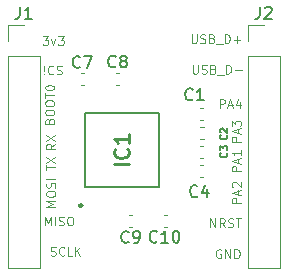
<source format=gbr>
%TF.GenerationSoftware,KiCad,Pcbnew,9.0.5*%
%TF.CreationDate,2025-12-22T17:05:02-05:00*%
%TF.ProjectId,stm32f072cb_breakout,73746d33-3266-4303-9732-63625f627265,rev?*%
%TF.SameCoordinates,Original*%
%TF.FileFunction,Legend,Top*%
%TF.FilePolarity,Positive*%
%FSLAX46Y46*%
G04 Gerber Fmt 4.6, Leading zero omitted, Abs format (unit mm)*
G04 Created by KiCad (PCBNEW 9.0.5) date 2025-12-22 17:05:02*
%MOMM*%
%LPD*%
G01*
G04 APERTURE LIST*
%ADD10C,0.100000*%
%ADD11C,0.254000*%
%ADD12C,0.150000*%
%ADD13C,0.200000*%
%ADD14C,0.250000*%
%ADD15C,0.120000*%
G04 APERTURE END LIST*
D10*
X158703014Y-82155639D02*
X157953014Y-82155639D01*
X157953014Y-82155639D02*
X157953014Y-81869925D01*
X157953014Y-81869925D02*
X157988728Y-81798496D01*
X157988728Y-81798496D02*
X158024442Y-81762782D01*
X158024442Y-81762782D02*
X158095871Y-81727068D01*
X158095871Y-81727068D02*
X158203014Y-81727068D01*
X158203014Y-81727068D02*
X158274442Y-81762782D01*
X158274442Y-81762782D02*
X158310157Y-81798496D01*
X158310157Y-81798496D02*
X158345871Y-81869925D01*
X158345871Y-81869925D02*
X158345871Y-82155639D01*
X158488728Y-81441353D02*
X158488728Y-81084211D01*
X158703014Y-81512782D02*
X157953014Y-81262782D01*
X157953014Y-81262782D02*
X158703014Y-81012782D01*
X158703014Y-80369925D02*
X158703014Y-80798496D01*
X158703014Y-80584211D02*
X157953014Y-80584211D01*
X157953014Y-80584211D02*
X158060157Y-80655639D01*
X158060157Y-80655639D02*
X158131585Y-80727068D01*
X158131585Y-80727068D02*
X158167300Y-80798496D01*
X142128760Y-86745614D02*
X142128760Y-85995614D01*
X142128760Y-85995614D02*
X142378760Y-86531328D01*
X142378760Y-86531328D02*
X142628760Y-85995614D01*
X142628760Y-85995614D02*
X142628760Y-86745614D01*
X142985903Y-86745614D02*
X142985903Y-85995614D01*
X143307332Y-86709900D02*
X143414475Y-86745614D01*
X143414475Y-86745614D02*
X143593046Y-86745614D01*
X143593046Y-86745614D02*
X143664475Y-86709900D01*
X143664475Y-86709900D02*
X143700189Y-86674185D01*
X143700189Y-86674185D02*
X143735903Y-86602757D01*
X143735903Y-86602757D02*
X143735903Y-86531328D01*
X143735903Y-86531328D02*
X143700189Y-86459900D01*
X143700189Y-86459900D02*
X143664475Y-86424185D01*
X143664475Y-86424185D02*
X143593046Y-86388471D01*
X143593046Y-86388471D02*
X143450189Y-86352757D01*
X143450189Y-86352757D02*
X143378760Y-86317042D01*
X143378760Y-86317042D02*
X143343046Y-86281328D01*
X143343046Y-86281328D02*
X143307332Y-86209900D01*
X143307332Y-86209900D02*
X143307332Y-86138471D01*
X143307332Y-86138471D02*
X143343046Y-86067042D01*
X143343046Y-86067042D02*
X143378760Y-86031328D01*
X143378760Y-86031328D02*
X143450189Y-85995614D01*
X143450189Y-85995614D02*
X143628760Y-85995614D01*
X143628760Y-85995614D02*
X143735903Y-86031328D01*
X144200189Y-85995614D02*
X144343046Y-85995614D01*
X144343046Y-85995614D02*
X144414475Y-86031328D01*
X144414475Y-86031328D02*
X144485903Y-86102757D01*
X144485903Y-86102757D02*
X144521618Y-86245614D01*
X144521618Y-86245614D02*
X144521618Y-86495614D01*
X144521618Y-86495614D02*
X144485903Y-86638471D01*
X144485903Y-86638471D02*
X144414475Y-86709900D01*
X144414475Y-86709900D02*
X144343046Y-86745614D01*
X144343046Y-86745614D02*
X144200189Y-86745614D01*
X144200189Y-86745614D02*
X144128761Y-86709900D01*
X144128761Y-86709900D02*
X144057332Y-86638471D01*
X144057332Y-86638471D02*
X144021618Y-86495614D01*
X144021618Y-86495614D02*
X144021618Y-86245614D01*
X144021618Y-86245614D02*
X144057332Y-86102757D01*
X144057332Y-86102757D02*
X144128761Y-86031328D01*
X144128761Y-86031328D02*
X144200189Y-85995614D01*
X143003014Y-85155639D02*
X142253014Y-85155639D01*
X142253014Y-85155639D02*
X142788728Y-84905639D01*
X142788728Y-84905639D02*
X142253014Y-84655639D01*
X142253014Y-84655639D02*
X143003014Y-84655639D01*
X142253014Y-84155639D02*
X142253014Y-84012782D01*
X142253014Y-84012782D02*
X142288728Y-83941353D01*
X142288728Y-83941353D02*
X142360157Y-83869925D01*
X142360157Y-83869925D02*
X142503014Y-83834210D01*
X142503014Y-83834210D02*
X142753014Y-83834210D01*
X142753014Y-83834210D02*
X142895871Y-83869925D01*
X142895871Y-83869925D02*
X142967300Y-83941353D01*
X142967300Y-83941353D02*
X143003014Y-84012782D01*
X143003014Y-84012782D02*
X143003014Y-84155639D01*
X143003014Y-84155639D02*
X142967300Y-84227068D01*
X142967300Y-84227068D02*
X142895871Y-84298496D01*
X142895871Y-84298496D02*
X142753014Y-84334210D01*
X142753014Y-84334210D02*
X142503014Y-84334210D01*
X142503014Y-84334210D02*
X142360157Y-84298496D01*
X142360157Y-84298496D02*
X142288728Y-84227068D01*
X142288728Y-84227068D02*
X142253014Y-84155639D01*
X142967300Y-83548496D02*
X143003014Y-83441354D01*
X143003014Y-83441354D02*
X143003014Y-83262782D01*
X143003014Y-83262782D02*
X142967300Y-83191354D01*
X142967300Y-83191354D02*
X142931585Y-83155639D01*
X142931585Y-83155639D02*
X142860157Y-83119925D01*
X142860157Y-83119925D02*
X142788728Y-83119925D01*
X142788728Y-83119925D02*
X142717300Y-83155639D01*
X142717300Y-83155639D02*
X142681585Y-83191354D01*
X142681585Y-83191354D02*
X142645871Y-83262782D01*
X142645871Y-83262782D02*
X142610157Y-83405639D01*
X142610157Y-83405639D02*
X142574442Y-83477068D01*
X142574442Y-83477068D02*
X142538728Y-83512782D01*
X142538728Y-83512782D02*
X142467300Y-83548496D01*
X142467300Y-83548496D02*
X142395871Y-83548496D01*
X142395871Y-83548496D02*
X142324442Y-83512782D01*
X142324442Y-83512782D02*
X142288728Y-83477068D01*
X142288728Y-83477068D02*
X142253014Y-83405639D01*
X142253014Y-83405639D02*
X142253014Y-83227068D01*
X142253014Y-83227068D02*
X142288728Y-83119925D01*
X143003014Y-82798496D02*
X142253014Y-82798496D01*
X142231214Y-82057182D02*
X142231214Y-81628611D01*
X142981214Y-81842896D02*
X142231214Y-81842896D01*
X142231214Y-81450039D02*
X142981214Y-80950039D01*
X142231214Y-80950039D02*
X142981214Y-81450039D01*
X158703014Y-84855639D02*
X157953014Y-84855639D01*
X157953014Y-84855639D02*
X157953014Y-84569925D01*
X157953014Y-84569925D02*
X157988728Y-84498496D01*
X157988728Y-84498496D02*
X158024442Y-84462782D01*
X158024442Y-84462782D02*
X158095871Y-84427068D01*
X158095871Y-84427068D02*
X158203014Y-84427068D01*
X158203014Y-84427068D02*
X158274442Y-84462782D01*
X158274442Y-84462782D02*
X158310157Y-84498496D01*
X158310157Y-84498496D02*
X158345871Y-84569925D01*
X158345871Y-84569925D02*
X158345871Y-84855639D01*
X158488728Y-84141353D02*
X158488728Y-83784211D01*
X158703014Y-84212782D02*
X157953014Y-83962782D01*
X157953014Y-83962782D02*
X158703014Y-83712782D01*
X158024442Y-83498496D02*
X157988728Y-83462782D01*
X157988728Y-83462782D02*
X157953014Y-83391354D01*
X157953014Y-83391354D02*
X157953014Y-83212782D01*
X157953014Y-83212782D02*
X157988728Y-83141354D01*
X157988728Y-83141354D02*
X158024442Y-83105639D01*
X158024442Y-83105639D02*
X158095871Y-83069925D01*
X158095871Y-83069925D02*
X158167300Y-83069925D01*
X158167300Y-83069925D02*
X158274442Y-83105639D01*
X158274442Y-83105639D02*
X158703014Y-83534211D01*
X158703014Y-83534211D02*
X158703014Y-83069925D01*
X154644360Y-73153014D02*
X154644360Y-73760157D01*
X154644360Y-73760157D02*
X154680074Y-73831585D01*
X154680074Y-73831585D02*
X154715789Y-73867300D01*
X154715789Y-73867300D02*
X154787217Y-73903014D01*
X154787217Y-73903014D02*
X154930074Y-73903014D01*
X154930074Y-73903014D02*
X155001503Y-73867300D01*
X155001503Y-73867300D02*
X155037217Y-73831585D01*
X155037217Y-73831585D02*
X155072931Y-73760157D01*
X155072931Y-73760157D02*
X155072931Y-73153014D01*
X155394360Y-73867300D02*
X155501503Y-73903014D01*
X155501503Y-73903014D02*
X155680074Y-73903014D01*
X155680074Y-73903014D02*
X155751503Y-73867300D01*
X155751503Y-73867300D02*
X155787217Y-73831585D01*
X155787217Y-73831585D02*
X155822931Y-73760157D01*
X155822931Y-73760157D02*
X155822931Y-73688728D01*
X155822931Y-73688728D02*
X155787217Y-73617300D01*
X155787217Y-73617300D02*
X155751503Y-73581585D01*
X155751503Y-73581585D02*
X155680074Y-73545871D01*
X155680074Y-73545871D02*
X155537217Y-73510157D01*
X155537217Y-73510157D02*
X155465788Y-73474442D01*
X155465788Y-73474442D02*
X155430074Y-73438728D01*
X155430074Y-73438728D02*
X155394360Y-73367300D01*
X155394360Y-73367300D02*
X155394360Y-73295871D01*
X155394360Y-73295871D02*
X155430074Y-73224442D01*
X155430074Y-73224442D02*
X155465788Y-73188728D01*
X155465788Y-73188728D02*
X155537217Y-73153014D01*
X155537217Y-73153014D02*
X155715788Y-73153014D01*
X155715788Y-73153014D02*
X155822931Y-73188728D01*
X156394360Y-73510157D02*
X156501503Y-73545871D01*
X156501503Y-73545871D02*
X156537217Y-73581585D01*
X156537217Y-73581585D02*
X156572931Y-73653014D01*
X156572931Y-73653014D02*
X156572931Y-73760157D01*
X156572931Y-73760157D02*
X156537217Y-73831585D01*
X156537217Y-73831585D02*
X156501503Y-73867300D01*
X156501503Y-73867300D02*
X156430074Y-73903014D01*
X156430074Y-73903014D02*
X156144360Y-73903014D01*
X156144360Y-73903014D02*
X156144360Y-73153014D01*
X156144360Y-73153014D02*
X156394360Y-73153014D01*
X156394360Y-73153014D02*
X156465789Y-73188728D01*
X156465789Y-73188728D02*
X156501503Y-73224442D01*
X156501503Y-73224442D02*
X156537217Y-73295871D01*
X156537217Y-73295871D02*
X156537217Y-73367300D01*
X156537217Y-73367300D02*
X156501503Y-73438728D01*
X156501503Y-73438728D02*
X156465789Y-73474442D01*
X156465789Y-73474442D02*
X156394360Y-73510157D01*
X156394360Y-73510157D02*
X156144360Y-73510157D01*
X156715789Y-73974442D02*
X157287217Y-73974442D01*
X157465789Y-73903014D02*
X157465789Y-73153014D01*
X157465789Y-73153014D02*
X157644360Y-73153014D01*
X157644360Y-73153014D02*
X157751503Y-73188728D01*
X157751503Y-73188728D02*
X157822932Y-73260157D01*
X157822932Y-73260157D02*
X157858646Y-73331585D01*
X157858646Y-73331585D02*
X157894360Y-73474442D01*
X157894360Y-73474442D02*
X157894360Y-73581585D01*
X157894360Y-73581585D02*
X157858646Y-73724442D01*
X157858646Y-73724442D02*
X157822932Y-73795871D01*
X157822932Y-73795871D02*
X157751503Y-73867300D01*
X157751503Y-73867300D02*
X157644360Y-73903014D01*
X157644360Y-73903014D02*
X157465789Y-73903014D01*
X158215789Y-73617300D02*
X158787218Y-73617300D01*
X143003014Y-79827068D02*
X142645871Y-80077068D01*
X143003014Y-80255639D02*
X142253014Y-80255639D01*
X142253014Y-80255639D02*
X142253014Y-79969925D01*
X142253014Y-79969925D02*
X142288728Y-79898496D01*
X142288728Y-79898496D02*
X142324442Y-79862782D01*
X142324442Y-79862782D02*
X142395871Y-79827068D01*
X142395871Y-79827068D02*
X142503014Y-79827068D01*
X142503014Y-79827068D02*
X142574442Y-79862782D01*
X142574442Y-79862782D02*
X142610157Y-79898496D01*
X142610157Y-79898496D02*
X142645871Y-79969925D01*
X142645871Y-79969925D02*
X142645871Y-80255639D01*
X142253014Y-79577068D02*
X143003014Y-79077068D01*
X142253014Y-79077068D02*
X143003014Y-79577068D01*
X156144360Y-86903014D02*
X156144360Y-86153014D01*
X156144360Y-86153014D02*
X156572931Y-86903014D01*
X156572931Y-86903014D02*
X156572931Y-86153014D01*
X157358645Y-86903014D02*
X157108645Y-86545871D01*
X156930074Y-86903014D02*
X156930074Y-86153014D01*
X156930074Y-86153014D02*
X157215788Y-86153014D01*
X157215788Y-86153014D02*
X157287217Y-86188728D01*
X157287217Y-86188728D02*
X157322931Y-86224442D01*
X157322931Y-86224442D02*
X157358645Y-86295871D01*
X157358645Y-86295871D02*
X157358645Y-86403014D01*
X157358645Y-86403014D02*
X157322931Y-86474442D01*
X157322931Y-86474442D02*
X157287217Y-86510157D01*
X157287217Y-86510157D02*
X157215788Y-86545871D01*
X157215788Y-86545871D02*
X156930074Y-86545871D01*
X157644360Y-86867300D02*
X157751503Y-86903014D01*
X157751503Y-86903014D02*
X157930074Y-86903014D01*
X157930074Y-86903014D02*
X158001503Y-86867300D01*
X158001503Y-86867300D02*
X158037217Y-86831585D01*
X158037217Y-86831585D02*
X158072931Y-86760157D01*
X158072931Y-86760157D02*
X158072931Y-86688728D01*
X158072931Y-86688728D02*
X158037217Y-86617300D01*
X158037217Y-86617300D02*
X158001503Y-86581585D01*
X158001503Y-86581585D02*
X157930074Y-86545871D01*
X157930074Y-86545871D02*
X157787217Y-86510157D01*
X157787217Y-86510157D02*
X157715788Y-86474442D01*
X157715788Y-86474442D02*
X157680074Y-86438728D01*
X157680074Y-86438728D02*
X157644360Y-86367300D01*
X157644360Y-86367300D02*
X157644360Y-86295871D01*
X157644360Y-86295871D02*
X157680074Y-86224442D01*
X157680074Y-86224442D02*
X157715788Y-86188728D01*
X157715788Y-86188728D02*
X157787217Y-86153014D01*
X157787217Y-86153014D02*
X157965788Y-86153014D01*
X157965788Y-86153014D02*
X158072931Y-86188728D01*
X158287217Y-86153014D02*
X158715789Y-86153014D01*
X158501503Y-86903014D02*
X158501503Y-86153014D01*
X157037217Y-88788728D02*
X156965789Y-88753014D01*
X156965789Y-88753014D02*
X156858646Y-88753014D01*
X156858646Y-88753014D02*
X156751503Y-88788728D01*
X156751503Y-88788728D02*
X156680074Y-88860157D01*
X156680074Y-88860157D02*
X156644360Y-88931585D01*
X156644360Y-88931585D02*
X156608646Y-89074442D01*
X156608646Y-89074442D02*
X156608646Y-89181585D01*
X156608646Y-89181585D02*
X156644360Y-89324442D01*
X156644360Y-89324442D02*
X156680074Y-89395871D01*
X156680074Y-89395871D02*
X156751503Y-89467300D01*
X156751503Y-89467300D02*
X156858646Y-89503014D01*
X156858646Y-89503014D02*
X156930074Y-89503014D01*
X156930074Y-89503014D02*
X157037217Y-89467300D01*
X157037217Y-89467300D02*
X157072931Y-89431585D01*
X157072931Y-89431585D02*
X157072931Y-89181585D01*
X157072931Y-89181585D02*
X156930074Y-89181585D01*
X157394360Y-89503014D02*
X157394360Y-88753014D01*
X157394360Y-88753014D02*
X157822931Y-89503014D01*
X157822931Y-89503014D02*
X157822931Y-88753014D01*
X158180074Y-89503014D02*
X158180074Y-88753014D01*
X158180074Y-88753014D02*
X158358645Y-88753014D01*
X158358645Y-88753014D02*
X158465788Y-88788728D01*
X158465788Y-88788728D02*
X158537217Y-88860157D01*
X158537217Y-88860157D02*
X158572931Y-88931585D01*
X158572931Y-88931585D02*
X158608645Y-89074442D01*
X158608645Y-89074442D02*
X158608645Y-89181585D01*
X158608645Y-89181585D02*
X158572931Y-89324442D01*
X158572931Y-89324442D02*
X158537217Y-89395871D01*
X158537217Y-89395871D02*
X158465788Y-89467300D01*
X158465788Y-89467300D02*
X158358645Y-89503014D01*
X158358645Y-89503014D02*
X158180074Y-89503014D01*
X141955731Y-70730214D02*
X142420017Y-70730214D01*
X142420017Y-70730214D02*
X142170017Y-71015928D01*
X142170017Y-71015928D02*
X142277160Y-71015928D01*
X142277160Y-71015928D02*
X142348589Y-71051642D01*
X142348589Y-71051642D02*
X142384303Y-71087357D01*
X142384303Y-71087357D02*
X142420017Y-71158785D01*
X142420017Y-71158785D02*
X142420017Y-71337357D01*
X142420017Y-71337357D02*
X142384303Y-71408785D01*
X142384303Y-71408785D02*
X142348589Y-71444500D01*
X142348589Y-71444500D02*
X142277160Y-71480214D01*
X142277160Y-71480214D02*
X142062874Y-71480214D01*
X142062874Y-71480214D02*
X141991446Y-71444500D01*
X141991446Y-71444500D02*
X141955731Y-71408785D01*
X142670017Y-70980214D02*
X142848589Y-71480214D01*
X142848589Y-71480214D02*
X143027160Y-70980214D01*
X143241446Y-70730214D02*
X143705732Y-70730214D01*
X143705732Y-70730214D02*
X143455732Y-71015928D01*
X143455732Y-71015928D02*
X143562875Y-71015928D01*
X143562875Y-71015928D02*
X143634304Y-71051642D01*
X143634304Y-71051642D02*
X143670018Y-71087357D01*
X143670018Y-71087357D02*
X143705732Y-71158785D01*
X143705732Y-71158785D02*
X143705732Y-71337357D01*
X143705732Y-71337357D02*
X143670018Y-71408785D01*
X143670018Y-71408785D02*
X143634304Y-71444500D01*
X143634304Y-71444500D02*
X143562875Y-71480214D01*
X143562875Y-71480214D02*
X143348589Y-71480214D01*
X143348589Y-71480214D02*
X143277161Y-71444500D01*
X143277161Y-71444500D02*
X143241446Y-71408785D01*
X158703014Y-79655639D02*
X157953014Y-79655639D01*
X157953014Y-79655639D02*
X157953014Y-79369925D01*
X157953014Y-79369925D02*
X157988728Y-79298496D01*
X157988728Y-79298496D02*
X158024442Y-79262782D01*
X158024442Y-79262782D02*
X158095871Y-79227068D01*
X158095871Y-79227068D02*
X158203014Y-79227068D01*
X158203014Y-79227068D02*
X158274442Y-79262782D01*
X158274442Y-79262782D02*
X158310157Y-79298496D01*
X158310157Y-79298496D02*
X158345871Y-79369925D01*
X158345871Y-79369925D02*
X158345871Y-79655639D01*
X158488728Y-78941353D02*
X158488728Y-78584211D01*
X158703014Y-79012782D02*
X157953014Y-78762782D01*
X157953014Y-78762782D02*
X158703014Y-78512782D01*
X157953014Y-78334211D02*
X157953014Y-77869925D01*
X157953014Y-77869925D02*
X158238728Y-78119925D01*
X158238728Y-78119925D02*
X158238728Y-78012782D01*
X158238728Y-78012782D02*
X158274442Y-77941354D01*
X158274442Y-77941354D02*
X158310157Y-77905639D01*
X158310157Y-77905639D02*
X158381585Y-77869925D01*
X158381585Y-77869925D02*
X158560157Y-77869925D01*
X158560157Y-77869925D02*
X158631585Y-77905639D01*
X158631585Y-77905639D02*
X158667300Y-77941354D01*
X158667300Y-77941354D02*
X158703014Y-78012782D01*
X158703014Y-78012782D02*
X158703014Y-78227068D01*
X158703014Y-78227068D02*
X158667300Y-78298496D01*
X158667300Y-78298496D02*
X158631585Y-78334211D01*
X154544360Y-70553014D02*
X154544360Y-71160157D01*
X154544360Y-71160157D02*
X154580074Y-71231585D01*
X154580074Y-71231585D02*
X154615789Y-71267300D01*
X154615789Y-71267300D02*
X154687217Y-71303014D01*
X154687217Y-71303014D02*
X154830074Y-71303014D01*
X154830074Y-71303014D02*
X154901503Y-71267300D01*
X154901503Y-71267300D02*
X154937217Y-71231585D01*
X154937217Y-71231585D02*
X154972931Y-71160157D01*
X154972931Y-71160157D02*
X154972931Y-70553014D01*
X155294360Y-71267300D02*
X155401503Y-71303014D01*
X155401503Y-71303014D02*
X155580074Y-71303014D01*
X155580074Y-71303014D02*
X155651503Y-71267300D01*
X155651503Y-71267300D02*
X155687217Y-71231585D01*
X155687217Y-71231585D02*
X155722931Y-71160157D01*
X155722931Y-71160157D02*
X155722931Y-71088728D01*
X155722931Y-71088728D02*
X155687217Y-71017300D01*
X155687217Y-71017300D02*
X155651503Y-70981585D01*
X155651503Y-70981585D02*
X155580074Y-70945871D01*
X155580074Y-70945871D02*
X155437217Y-70910157D01*
X155437217Y-70910157D02*
X155365788Y-70874442D01*
X155365788Y-70874442D02*
X155330074Y-70838728D01*
X155330074Y-70838728D02*
X155294360Y-70767300D01*
X155294360Y-70767300D02*
X155294360Y-70695871D01*
X155294360Y-70695871D02*
X155330074Y-70624442D01*
X155330074Y-70624442D02*
X155365788Y-70588728D01*
X155365788Y-70588728D02*
X155437217Y-70553014D01*
X155437217Y-70553014D02*
X155615788Y-70553014D01*
X155615788Y-70553014D02*
X155722931Y-70588728D01*
X156294360Y-70910157D02*
X156401503Y-70945871D01*
X156401503Y-70945871D02*
X156437217Y-70981585D01*
X156437217Y-70981585D02*
X156472931Y-71053014D01*
X156472931Y-71053014D02*
X156472931Y-71160157D01*
X156472931Y-71160157D02*
X156437217Y-71231585D01*
X156437217Y-71231585D02*
X156401503Y-71267300D01*
X156401503Y-71267300D02*
X156330074Y-71303014D01*
X156330074Y-71303014D02*
X156044360Y-71303014D01*
X156044360Y-71303014D02*
X156044360Y-70553014D01*
X156044360Y-70553014D02*
X156294360Y-70553014D01*
X156294360Y-70553014D02*
X156365789Y-70588728D01*
X156365789Y-70588728D02*
X156401503Y-70624442D01*
X156401503Y-70624442D02*
X156437217Y-70695871D01*
X156437217Y-70695871D02*
X156437217Y-70767300D01*
X156437217Y-70767300D02*
X156401503Y-70838728D01*
X156401503Y-70838728D02*
X156365789Y-70874442D01*
X156365789Y-70874442D02*
X156294360Y-70910157D01*
X156294360Y-70910157D02*
X156044360Y-70910157D01*
X156615789Y-71374442D02*
X157187217Y-71374442D01*
X157365789Y-71303014D02*
X157365789Y-70553014D01*
X157365789Y-70553014D02*
X157544360Y-70553014D01*
X157544360Y-70553014D02*
X157651503Y-70588728D01*
X157651503Y-70588728D02*
X157722932Y-70660157D01*
X157722932Y-70660157D02*
X157758646Y-70731585D01*
X157758646Y-70731585D02*
X157794360Y-70874442D01*
X157794360Y-70874442D02*
X157794360Y-70981585D01*
X157794360Y-70981585D02*
X157758646Y-71124442D01*
X157758646Y-71124442D02*
X157722932Y-71195871D01*
X157722932Y-71195871D02*
X157651503Y-71267300D01*
X157651503Y-71267300D02*
X157544360Y-71303014D01*
X157544360Y-71303014D02*
X157365789Y-71303014D01*
X158115789Y-71017300D02*
X158687218Y-71017300D01*
X158401503Y-71303014D02*
X158401503Y-70731585D01*
X142608646Y-89267300D02*
X142715789Y-89303014D01*
X142715789Y-89303014D02*
X142894360Y-89303014D01*
X142894360Y-89303014D02*
X142965789Y-89267300D01*
X142965789Y-89267300D02*
X143001503Y-89231585D01*
X143001503Y-89231585D02*
X143037217Y-89160157D01*
X143037217Y-89160157D02*
X143037217Y-89088728D01*
X143037217Y-89088728D02*
X143001503Y-89017300D01*
X143001503Y-89017300D02*
X142965789Y-88981585D01*
X142965789Y-88981585D02*
X142894360Y-88945871D01*
X142894360Y-88945871D02*
X142751503Y-88910157D01*
X142751503Y-88910157D02*
X142680074Y-88874442D01*
X142680074Y-88874442D02*
X142644360Y-88838728D01*
X142644360Y-88838728D02*
X142608646Y-88767300D01*
X142608646Y-88767300D02*
X142608646Y-88695871D01*
X142608646Y-88695871D02*
X142644360Y-88624442D01*
X142644360Y-88624442D02*
X142680074Y-88588728D01*
X142680074Y-88588728D02*
X142751503Y-88553014D01*
X142751503Y-88553014D02*
X142930074Y-88553014D01*
X142930074Y-88553014D02*
X143037217Y-88588728D01*
X143787217Y-89231585D02*
X143751503Y-89267300D01*
X143751503Y-89267300D02*
X143644360Y-89303014D01*
X143644360Y-89303014D02*
X143572932Y-89303014D01*
X143572932Y-89303014D02*
X143465789Y-89267300D01*
X143465789Y-89267300D02*
X143394360Y-89195871D01*
X143394360Y-89195871D02*
X143358646Y-89124442D01*
X143358646Y-89124442D02*
X143322932Y-88981585D01*
X143322932Y-88981585D02*
X143322932Y-88874442D01*
X143322932Y-88874442D02*
X143358646Y-88731585D01*
X143358646Y-88731585D02*
X143394360Y-88660157D01*
X143394360Y-88660157D02*
X143465789Y-88588728D01*
X143465789Y-88588728D02*
X143572932Y-88553014D01*
X143572932Y-88553014D02*
X143644360Y-88553014D01*
X143644360Y-88553014D02*
X143751503Y-88588728D01*
X143751503Y-88588728D02*
X143787217Y-88624442D01*
X144465789Y-89303014D02*
X144108646Y-89303014D01*
X144108646Y-89303014D02*
X144108646Y-88553014D01*
X144715789Y-89303014D02*
X144715789Y-88553014D01*
X145144360Y-89303014D02*
X144822932Y-88874442D01*
X145144360Y-88553014D02*
X144715789Y-88981585D01*
X142510157Y-77905639D02*
X142545871Y-77798496D01*
X142545871Y-77798496D02*
X142581585Y-77762782D01*
X142581585Y-77762782D02*
X142653014Y-77727068D01*
X142653014Y-77727068D02*
X142760157Y-77727068D01*
X142760157Y-77727068D02*
X142831585Y-77762782D01*
X142831585Y-77762782D02*
X142867300Y-77798496D01*
X142867300Y-77798496D02*
X142903014Y-77869925D01*
X142903014Y-77869925D02*
X142903014Y-78155639D01*
X142903014Y-78155639D02*
X142153014Y-78155639D01*
X142153014Y-78155639D02*
X142153014Y-77905639D01*
X142153014Y-77905639D02*
X142188728Y-77834211D01*
X142188728Y-77834211D02*
X142224442Y-77798496D01*
X142224442Y-77798496D02*
X142295871Y-77762782D01*
X142295871Y-77762782D02*
X142367300Y-77762782D01*
X142367300Y-77762782D02*
X142438728Y-77798496D01*
X142438728Y-77798496D02*
X142474442Y-77834211D01*
X142474442Y-77834211D02*
X142510157Y-77905639D01*
X142510157Y-77905639D02*
X142510157Y-78155639D01*
X142153014Y-77262782D02*
X142153014Y-77119925D01*
X142153014Y-77119925D02*
X142188728Y-77048496D01*
X142188728Y-77048496D02*
X142260157Y-76977068D01*
X142260157Y-76977068D02*
X142403014Y-76941353D01*
X142403014Y-76941353D02*
X142653014Y-76941353D01*
X142653014Y-76941353D02*
X142795871Y-76977068D01*
X142795871Y-76977068D02*
X142867300Y-77048496D01*
X142867300Y-77048496D02*
X142903014Y-77119925D01*
X142903014Y-77119925D02*
X142903014Y-77262782D01*
X142903014Y-77262782D02*
X142867300Y-77334211D01*
X142867300Y-77334211D02*
X142795871Y-77405639D01*
X142795871Y-77405639D02*
X142653014Y-77441353D01*
X142653014Y-77441353D02*
X142403014Y-77441353D01*
X142403014Y-77441353D02*
X142260157Y-77405639D01*
X142260157Y-77405639D02*
X142188728Y-77334211D01*
X142188728Y-77334211D02*
X142153014Y-77262782D01*
X142153014Y-76477068D02*
X142153014Y-76334211D01*
X142153014Y-76334211D02*
X142188728Y-76262782D01*
X142188728Y-76262782D02*
X142260157Y-76191354D01*
X142260157Y-76191354D02*
X142403014Y-76155639D01*
X142403014Y-76155639D02*
X142653014Y-76155639D01*
X142653014Y-76155639D02*
X142795871Y-76191354D01*
X142795871Y-76191354D02*
X142867300Y-76262782D01*
X142867300Y-76262782D02*
X142903014Y-76334211D01*
X142903014Y-76334211D02*
X142903014Y-76477068D01*
X142903014Y-76477068D02*
X142867300Y-76548497D01*
X142867300Y-76548497D02*
X142795871Y-76619925D01*
X142795871Y-76619925D02*
X142653014Y-76655639D01*
X142653014Y-76655639D02*
X142403014Y-76655639D01*
X142403014Y-76655639D02*
X142260157Y-76619925D01*
X142260157Y-76619925D02*
X142188728Y-76548497D01*
X142188728Y-76548497D02*
X142153014Y-76477068D01*
X142153014Y-75941354D02*
X142153014Y-75512783D01*
X142903014Y-75727068D02*
X142153014Y-75727068D01*
X142153014Y-75119925D02*
X142153014Y-75048496D01*
X142153014Y-75048496D02*
X142188728Y-74977068D01*
X142188728Y-74977068D02*
X142224442Y-74941354D01*
X142224442Y-74941354D02*
X142295871Y-74905639D01*
X142295871Y-74905639D02*
X142438728Y-74869925D01*
X142438728Y-74869925D02*
X142617300Y-74869925D01*
X142617300Y-74869925D02*
X142760157Y-74905639D01*
X142760157Y-74905639D02*
X142831585Y-74941354D01*
X142831585Y-74941354D02*
X142867300Y-74977068D01*
X142867300Y-74977068D02*
X142903014Y-75048496D01*
X142903014Y-75048496D02*
X142903014Y-75119925D01*
X142903014Y-75119925D02*
X142867300Y-75191354D01*
X142867300Y-75191354D02*
X142831585Y-75227068D01*
X142831585Y-75227068D02*
X142760157Y-75262782D01*
X142760157Y-75262782D02*
X142617300Y-75298496D01*
X142617300Y-75298496D02*
X142438728Y-75298496D01*
X142438728Y-75298496D02*
X142295871Y-75262782D01*
X142295871Y-75262782D02*
X142224442Y-75227068D01*
X142224442Y-75227068D02*
X142188728Y-75191354D01*
X142188728Y-75191354D02*
X142153014Y-75119925D01*
X142052560Y-73897985D02*
X142088274Y-73933700D01*
X142088274Y-73933700D02*
X142052560Y-73969414D01*
X142052560Y-73969414D02*
X142016846Y-73933700D01*
X142016846Y-73933700D02*
X142052560Y-73897985D01*
X142052560Y-73897985D02*
X142052560Y-73969414D01*
X142052560Y-73683700D02*
X142016846Y-73255128D01*
X142016846Y-73255128D02*
X142052560Y-73219414D01*
X142052560Y-73219414D02*
X142088274Y-73255128D01*
X142088274Y-73255128D02*
X142052560Y-73683700D01*
X142052560Y-73683700D02*
X142052560Y-73219414D01*
X142838274Y-73897985D02*
X142802560Y-73933700D01*
X142802560Y-73933700D02*
X142695417Y-73969414D01*
X142695417Y-73969414D02*
X142623989Y-73969414D01*
X142623989Y-73969414D02*
X142516846Y-73933700D01*
X142516846Y-73933700D02*
X142445417Y-73862271D01*
X142445417Y-73862271D02*
X142409703Y-73790842D01*
X142409703Y-73790842D02*
X142373989Y-73647985D01*
X142373989Y-73647985D02*
X142373989Y-73540842D01*
X142373989Y-73540842D02*
X142409703Y-73397985D01*
X142409703Y-73397985D02*
X142445417Y-73326557D01*
X142445417Y-73326557D02*
X142516846Y-73255128D01*
X142516846Y-73255128D02*
X142623989Y-73219414D01*
X142623989Y-73219414D02*
X142695417Y-73219414D01*
X142695417Y-73219414D02*
X142802560Y-73255128D01*
X142802560Y-73255128D02*
X142838274Y-73290842D01*
X143123989Y-73933700D02*
X143231132Y-73969414D01*
X143231132Y-73969414D02*
X143409703Y-73969414D01*
X143409703Y-73969414D02*
X143481132Y-73933700D01*
X143481132Y-73933700D02*
X143516846Y-73897985D01*
X143516846Y-73897985D02*
X143552560Y-73826557D01*
X143552560Y-73826557D02*
X143552560Y-73755128D01*
X143552560Y-73755128D02*
X143516846Y-73683700D01*
X143516846Y-73683700D02*
X143481132Y-73647985D01*
X143481132Y-73647985D02*
X143409703Y-73612271D01*
X143409703Y-73612271D02*
X143266846Y-73576557D01*
X143266846Y-73576557D02*
X143195417Y-73540842D01*
X143195417Y-73540842D02*
X143159703Y-73505128D01*
X143159703Y-73505128D02*
X143123989Y-73433700D01*
X143123989Y-73433700D02*
X143123989Y-73362271D01*
X143123989Y-73362271D02*
X143159703Y-73290842D01*
X143159703Y-73290842D02*
X143195417Y-73255128D01*
X143195417Y-73255128D02*
X143266846Y-73219414D01*
X143266846Y-73219414D02*
X143445417Y-73219414D01*
X143445417Y-73219414D02*
X143552560Y-73255128D01*
X156944360Y-76803014D02*
X156944360Y-76053014D01*
X156944360Y-76053014D02*
X157230074Y-76053014D01*
X157230074Y-76053014D02*
X157301503Y-76088728D01*
X157301503Y-76088728D02*
X157337217Y-76124442D01*
X157337217Y-76124442D02*
X157372931Y-76195871D01*
X157372931Y-76195871D02*
X157372931Y-76303014D01*
X157372931Y-76303014D02*
X157337217Y-76374442D01*
X157337217Y-76374442D02*
X157301503Y-76410157D01*
X157301503Y-76410157D02*
X157230074Y-76445871D01*
X157230074Y-76445871D02*
X156944360Y-76445871D01*
X157658646Y-76588728D02*
X158015789Y-76588728D01*
X157587217Y-76803014D02*
X157837217Y-76053014D01*
X157837217Y-76053014D02*
X158087217Y-76803014D01*
X158658646Y-76303014D02*
X158658646Y-76803014D01*
X158480074Y-76017300D02*
X158301503Y-76553014D01*
X158301503Y-76553014D02*
X158765788Y-76553014D01*
D11*
X149236318Y-81589762D02*
X147966318Y-81589762D01*
X149115365Y-80259285D02*
X149175842Y-80319761D01*
X149175842Y-80319761D02*
X149236318Y-80501190D01*
X149236318Y-80501190D02*
X149236318Y-80622142D01*
X149236318Y-80622142D02*
X149175842Y-80803571D01*
X149175842Y-80803571D02*
X149054889Y-80924523D01*
X149054889Y-80924523D02*
X148933937Y-80985000D01*
X148933937Y-80985000D02*
X148692032Y-81045476D01*
X148692032Y-81045476D02*
X148510603Y-81045476D01*
X148510603Y-81045476D02*
X148268699Y-80985000D01*
X148268699Y-80985000D02*
X148147746Y-80924523D01*
X148147746Y-80924523D02*
X148026794Y-80803571D01*
X148026794Y-80803571D02*
X147966318Y-80622142D01*
X147966318Y-80622142D02*
X147966318Y-80501190D01*
X147966318Y-80501190D02*
X148026794Y-80319761D01*
X148026794Y-80319761D02*
X148087270Y-80259285D01*
X149236318Y-79049761D02*
X149236318Y-79775476D01*
X149236318Y-79412619D02*
X147966318Y-79412619D01*
X147966318Y-79412619D02*
X148147746Y-79533571D01*
X148147746Y-79533571D02*
X148268699Y-79654523D01*
X148268699Y-79654523D02*
X148329175Y-79775476D01*
D12*
X160336666Y-68244819D02*
X160336666Y-68959104D01*
X160336666Y-68959104D02*
X160289047Y-69101961D01*
X160289047Y-69101961D02*
X160193809Y-69197200D01*
X160193809Y-69197200D02*
X160050952Y-69244819D01*
X160050952Y-69244819D02*
X159955714Y-69244819D01*
X160765238Y-68340057D02*
X160812857Y-68292438D01*
X160812857Y-68292438D02*
X160908095Y-68244819D01*
X160908095Y-68244819D02*
X161146190Y-68244819D01*
X161146190Y-68244819D02*
X161241428Y-68292438D01*
X161241428Y-68292438D02*
X161289047Y-68340057D01*
X161289047Y-68340057D02*
X161336666Y-68435295D01*
X161336666Y-68435295D02*
X161336666Y-68530533D01*
X161336666Y-68530533D02*
X161289047Y-68673390D01*
X161289047Y-68673390D02*
X160717619Y-69244819D01*
X160717619Y-69244819D02*
X161336666Y-69244819D01*
X145095333Y-73309580D02*
X145047714Y-73357200D01*
X145047714Y-73357200D02*
X144904857Y-73404819D01*
X144904857Y-73404819D02*
X144809619Y-73404819D01*
X144809619Y-73404819D02*
X144666762Y-73357200D01*
X144666762Y-73357200D02*
X144571524Y-73261961D01*
X144571524Y-73261961D02*
X144523905Y-73166723D01*
X144523905Y-73166723D02*
X144476286Y-72976247D01*
X144476286Y-72976247D02*
X144476286Y-72833390D01*
X144476286Y-72833390D02*
X144523905Y-72642914D01*
X144523905Y-72642914D02*
X144571524Y-72547676D01*
X144571524Y-72547676D02*
X144666762Y-72452438D01*
X144666762Y-72452438D02*
X144809619Y-72404819D01*
X144809619Y-72404819D02*
X144904857Y-72404819D01*
X144904857Y-72404819D02*
X145047714Y-72452438D01*
X145047714Y-72452438D02*
X145095333Y-72500057D01*
X145428667Y-72404819D02*
X146095333Y-72404819D01*
X146095333Y-72404819D02*
X145666762Y-73404819D01*
X157512628Y-80599999D02*
X157541200Y-80628571D01*
X157541200Y-80628571D02*
X157569771Y-80714285D01*
X157569771Y-80714285D02*
X157569771Y-80771428D01*
X157569771Y-80771428D02*
X157541200Y-80857142D01*
X157541200Y-80857142D02*
X157484057Y-80914285D01*
X157484057Y-80914285D02*
X157426914Y-80942856D01*
X157426914Y-80942856D02*
X157312628Y-80971428D01*
X157312628Y-80971428D02*
X157226914Y-80971428D01*
X157226914Y-80971428D02*
X157112628Y-80942856D01*
X157112628Y-80942856D02*
X157055485Y-80914285D01*
X157055485Y-80914285D02*
X156998342Y-80857142D01*
X156998342Y-80857142D02*
X156969771Y-80771428D01*
X156969771Y-80771428D02*
X156969771Y-80714285D01*
X156969771Y-80714285D02*
X156998342Y-80628571D01*
X156998342Y-80628571D02*
X157026914Y-80599999D01*
X156969771Y-80399999D02*
X156969771Y-80028571D01*
X156969771Y-80028571D02*
X157198342Y-80228571D01*
X157198342Y-80228571D02*
X157198342Y-80142856D01*
X157198342Y-80142856D02*
X157226914Y-80085714D01*
X157226914Y-80085714D02*
X157255485Y-80057142D01*
X157255485Y-80057142D02*
X157312628Y-80028571D01*
X157312628Y-80028571D02*
X157455485Y-80028571D01*
X157455485Y-80028571D02*
X157512628Y-80057142D01*
X157512628Y-80057142D02*
X157541200Y-80085714D01*
X157541200Y-80085714D02*
X157569771Y-80142856D01*
X157569771Y-80142856D02*
X157569771Y-80314285D01*
X157569771Y-80314285D02*
X157541200Y-80371428D01*
X157541200Y-80371428D02*
X157512628Y-80399999D01*
X148120333Y-73279580D02*
X148072714Y-73327200D01*
X148072714Y-73327200D02*
X147929857Y-73374819D01*
X147929857Y-73374819D02*
X147834619Y-73374819D01*
X147834619Y-73374819D02*
X147691762Y-73327200D01*
X147691762Y-73327200D02*
X147596524Y-73231961D01*
X147596524Y-73231961D02*
X147548905Y-73136723D01*
X147548905Y-73136723D02*
X147501286Y-72946247D01*
X147501286Y-72946247D02*
X147501286Y-72803390D01*
X147501286Y-72803390D02*
X147548905Y-72612914D01*
X147548905Y-72612914D02*
X147596524Y-72517676D01*
X147596524Y-72517676D02*
X147691762Y-72422438D01*
X147691762Y-72422438D02*
X147834619Y-72374819D01*
X147834619Y-72374819D02*
X147929857Y-72374819D01*
X147929857Y-72374819D02*
X148072714Y-72422438D01*
X148072714Y-72422438D02*
X148120333Y-72470057D01*
X148691762Y-72803390D02*
X148596524Y-72755771D01*
X148596524Y-72755771D02*
X148548905Y-72708152D01*
X148548905Y-72708152D02*
X148501286Y-72612914D01*
X148501286Y-72612914D02*
X148501286Y-72565295D01*
X148501286Y-72565295D02*
X148548905Y-72470057D01*
X148548905Y-72470057D02*
X148596524Y-72422438D01*
X148596524Y-72422438D02*
X148691762Y-72374819D01*
X148691762Y-72374819D02*
X148882238Y-72374819D01*
X148882238Y-72374819D02*
X148977476Y-72422438D01*
X148977476Y-72422438D02*
X149025095Y-72470057D01*
X149025095Y-72470057D02*
X149072714Y-72565295D01*
X149072714Y-72565295D02*
X149072714Y-72612914D01*
X149072714Y-72612914D02*
X149025095Y-72708152D01*
X149025095Y-72708152D02*
X148977476Y-72755771D01*
X148977476Y-72755771D02*
X148882238Y-72803390D01*
X148882238Y-72803390D02*
X148691762Y-72803390D01*
X148691762Y-72803390D02*
X148596524Y-72851009D01*
X148596524Y-72851009D02*
X148548905Y-72898628D01*
X148548905Y-72898628D02*
X148501286Y-72993866D01*
X148501286Y-72993866D02*
X148501286Y-73184342D01*
X148501286Y-73184342D02*
X148548905Y-73279580D01*
X148548905Y-73279580D02*
X148596524Y-73327200D01*
X148596524Y-73327200D02*
X148691762Y-73374819D01*
X148691762Y-73374819D02*
X148882238Y-73374819D01*
X148882238Y-73374819D02*
X148977476Y-73327200D01*
X148977476Y-73327200D02*
X149025095Y-73279580D01*
X149025095Y-73279580D02*
X149072714Y-73184342D01*
X149072714Y-73184342D02*
X149072714Y-72993866D01*
X149072714Y-72993866D02*
X149025095Y-72898628D01*
X149025095Y-72898628D02*
X148977476Y-72851009D01*
X148977476Y-72851009D02*
X148882238Y-72803390D01*
X155033333Y-84259580D02*
X154985714Y-84307200D01*
X154985714Y-84307200D02*
X154842857Y-84354819D01*
X154842857Y-84354819D02*
X154747619Y-84354819D01*
X154747619Y-84354819D02*
X154604762Y-84307200D01*
X154604762Y-84307200D02*
X154509524Y-84211961D01*
X154509524Y-84211961D02*
X154461905Y-84116723D01*
X154461905Y-84116723D02*
X154414286Y-83926247D01*
X154414286Y-83926247D02*
X154414286Y-83783390D01*
X154414286Y-83783390D02*
X154461905Y-83592914D01*
X154461905Y-83592914D02*
X154509524Y-83497676D01*
X154509524Y-83497676D02*
X154604762Y-83402438D01*
X154604762Y-83402438D02*
X154747619Y-83354819D01*
X154747619Y-83354819D02*
X154842857Y-83354819D01*
X154842857Y-83354819D02*
X154985714Y-83402438D01*
X154985714Y-83402438D02*
X155033333Y-83450057D01*
X155890476Y-83688152D02*
X155890476Y-84354819D01*
X155652381Y-83307200D02*
X155414286Y-84021485D01*
X155414286Y-84021485D02*
X156033333Y-84021485D01*
X149220333Y-88139580D02*
X149172714Y-88187200D01*
X149172714Y-88187200D02*
X149029857Y-88234819D01*
X149029857Y-88234819D02*
X148934619Y-88234819D01*
X148934619Y-88234819D02*
X148791762Y-88187200D01*
X148791762Y-88187200D02*
X148696524Y-88091961D01*
X148696524Y-88091961D02*
X148648905Y-87996723D01*
X148648905Y-87996723D02*
X148601286Y-87806247D01*
X148601286Y-87806247D02*
X148601286Y-87663390D01*
X148601286Y-87663390D02*
X148648905Y-87472914D01*
X148648905Y-87472914D02*
X148696524Y-87377676D01*
X148696524Y-87377676D02*
X148791762Y-87282438D01*
X148791762Y-87282438D02*
X148934619Y-87234819D01*
X148934619Y-87234819D02*
X149029857Y-87234819D01*
X149029857Y-87234819D02*
X149172714Y-87282438D01*
X149172714Y-87282438D02*
X149220333Y-87330057D01*
X149696524Y-88234819D02*
X149887000Y-88234819D01*
X149887000Y-88234819D02*
X149982238Y-88187200D01*
X149982238Y-88187200D02*
X150029857Y-88139580D01*
X150029857Y-88139580D02*
X150125095Y-87996723D01*
X150125095Y-87996723D02*
X150172714Y-87806247D01*
X150172714Y-87806247D02*
X150172714Y-87425295D01*
X150172714Y-87425295D02*
X150125095Y-87330057D01*
X150125095Y-87330057D02*
X150077476Y-87282438D01*
X150077476Y-87282438D02*
X149982238Y-87234819D01*
X149982238Y-87234819D02*
X149791762Y-87234819D01*
X149791762Y-87234819D02*
X149696524Y-87282438D01*
X149696524Y-87282438D02*
X149648905Y-87330057D01*
X149648905Y-87330057D02*
X149601286Y-87425295D01*
X149601286Y-87425295D02*
X149601286Y-87663390D01*
X149601286Y-87663390D02*
X149648905Y-87758628D01*
X149648905Y-87758628D02*
X149696524Y-87806247D01*
X149696524Y-87806247D02*
X149791762Y-87853866D01*
X149791762Y-87853866D02*
X149982238Y-87853866D01*
X149982238Y-87853866D02*
X150077476Y-87806247D01*
X150077476Y-87806247D02*
X150125095Y-87758628D01*
X150125095Y-87758628D02*
X150172714Y-87663390D01*
X154633333Y-76059580D02*
X154585714Y-76107200D01*
X154585714Y-76107200D02*
X154442857Y-76154819D01*
X154442857Y-76154819D02*
X154347619Y-76154819D01*
X154347619Y-76154819D02*
X154204762Y-76107200D01*
X154204762Y-76107200D02*
X154109524Y-76011961D01*
X154109524Y-76011961D02*
X154061905Y-75916723D01*
X154061905Y-75916723D02*
X154014286Y-75726247D01*
X154014286Y-75726247D02*
X154014286Y-75583390D01*
X154014286Y-75583390D02*
X154061905Y-75392914D01*
X154061905Y-75392914D02*
X154109524Y-75297676D01*
X154109524Y-75297676D02*
X154204762Y-75202438D01*
X154204762Y-75202438D02*
X154347619Y-75154819D01*
X154347619Y-75154819D02*
X154442857Y-75154819D01*
X154442857Y-75154819D02*
X154585714Y-75202438D01*
X154585714Y-75202438D02*
X154633333Y-75250057D01*
X155585714Y-76154819D02*
X155014286Y-76154819D01*
X155300000Y-76154819D02*
X155300000Y-75154819D01*
X155300000Y-75154819D02*
X155204762Y-75297676D01*
X155204762Y-75297676D02*
X155109524Y-75392914D01*
X155109524Y-75392914D02*
X155014286Y-75440533D01*
X157512628Y-79099999D02*
X157541200Y-79128571D01*
X157541200Y-79128571D02*
X157569771Y-79214285D01*
X157569771Y-79214285D02*
X157569771Y-79271428D01*
X157569771Y-79271428D02*
X157541200Y-79357142D01*
X157541200Y-79357142D02*
X157484057Y-79414285D01*
X157484057Y-79414285D02*
X157426914Y-79442856D01*
X157426914Y-79442856D02*
X157312628Y-79471428D01*
X157312628Y-79471428D02*
X157226914Y-79471428D01*
X157226914Y-79471428D02*
X157112628Y-79442856D01*
X157112628Y-79442856D02*
X157055485Y-79414285D01*
X157055485Y-79414285D02*
X156998342Y-79357142D01*
X156998342Y-79357142D02*
X156969771Y-79271428D01*
X156969771Y-79271428D02*
X156969771Y-79214285D01*
X156969771Y-79214285D02*
X156998342Y-79128571D01*
X156998342Y-79128571D02*
X157026914Y-79099999D01*
X157026914Y-78871428D02*
X156998342Y-78842856D01*
X156998342Y-78842856D02*
X156969771Y-78785714D01*
X156969771Y-78785714D02*
X156969771Y-78642856D01*
X156969771Y-78642856D02*
X156998342Y-78585714D01*
X156998342Y-78585714D02*
X157026914Y-78557142D01*
X157026914Y-78557142D02*
X157084057Y-78528571D01*
X157084057Y-78528571D02*
X157141200Y-78528571D01*
X157141200Y-78528571D02*
X157226914Y-78557142D01*
X157226914Y-78557142D02*
X157569771Y-78899999D01*
X157569771Y-78899999D02*
X157569771Y-78528571D01*
X151619142Y-88109580D02*
X151571523Y-88157200D01*
X151571523Y-88157200D02*
X151428666Y-88204819D01*
X151428666Y-88204819D02*
X151333428Y-88204819D01*
X151333428Y-88204819D02*
X151190571Y-88157200D01*
X151190571Y-88157200D02*
X151095333Y-88061961D01*
X151095333Y-88061961D02*
X151047714Y-87966723D01*
X151047714Y-87966723D02*
X151000095Y-87776247D01*
X151000095Y-87776247D02*
X151000095Y-87633390D01*
X151000095Y-87633390D02*
X151047714Y-87442914D01*
X151047714Y-87442914D02*
X151095333Y-87347676D01*
X151095333Y-87347676D02*
X151190571Y-87252438D01*
X151190571Y-87252438D02*
X151333428Y-87204819D01*
X151333428Y-87204819D02*
X151428666Y-87204819D01*
X151428666Y-87204819D02*
X151571523Y-87252438D01*
X151571523Y-87252438D02*
X151619142Y-87300057D01*
X152571523Y-88204819D02*
X152000095Y-88204819D01*
X152285809Y-88204819D02*
X152285809Y-87204819D01*
X152285809Y-87204819D02*
X152190571Y-87347676D01*
X152190571Y-87347676D02*
X152095333Y-87442914D01*
X152095333Y-87442914D02*
X152000095Y-87490533D01*
X153190571Y-87204819D02*
X153285809Y-87204819D01*
X153285809Y-87204819D02*
X153381047Y-87252438D01*
X153381047Y-87252438D02*
X153428666Y-87300057D01*
X153428666Y-87300057D02*
X153476285Y-87395295D01*
X153476285Y-87395295D02*
X153523904Y-87585771D01*
X153523904Y-87585771D02*
X153523904Y-87823866D01*
X153523904Y-87823866D02*
X153476285Y-88014342D01*
X153476285Y-88014342D02*
X153428666Y-88109580D01*
X153428666Y-88109580D02*
X153381047Y-88157200D01*
X153381047Y-88157200D02*
X153285809Y-88204819D01*
X153285809Y-88204819D02*
X153190571Y-88204819D01*
X153190571Y-88204819D02*
X153095333Y-88157200D01*
X153095333Y-88157200D02*
X153047714Y-88109580D01*
X153047714Y-88109580D02*
X153000095Y-88014342D01*
X153000095Y-88014342D02*
X152952476Y-87823866D01*
X152952476Y-87823866D02*
X152952476Y-87585771D01*
X152952476Y-87585771D02*
X153000095Y-87395295D01*
X153000095Y-87395295D02*
X153047714Y-87300057D01*
X153047714Y-87300057D02*
X153095333Y-87252438D01*
X153095333Y-87252438D02*
X153190571Y-87204819D01*
X140016666Y-68244819D02*
X140016666Y-68959104D01*
X140016666Y-68959104D02*
X139969047Y-69101961D01*
X139969047Y-69101961D02*
X139873809Y-69197200D01*
X139873809Y-69197200D02*
X139730952Y-69244819D01*
X139730952Y-69244819D02*
X139635714Y-69244819D01*
X141016666Y-69244819D02*
X140445238Y-69244819D01*
X140730952Y-69244819D02*
X140730952Y-68244819D01*
X140730952Y-68244819D02*
X140635714Y-68387676D01*
X140635714Y-68387676D02*
X140540476Y-68482914D01*
X140540476Y-68482914D02*
X140445238Y-68530533D01*
D13*
%TO.C,IC1*%
X145512000Y-77200000D02*
X151812000Y-77200000D01*
X145512000Y-83500000D02*
X145512000Y-77200000D01*
X151812000Y-77200000D02*
X151812000Y-83500000D01*
X151812000Y-83500000D02*
X145512000Y-83500000D01*
D14*
X145287000Y-85075000D02*
G75*
G02*
X145037000Y-85075000I-125000J0D01*
G01*
X145037000Y-85075000D02*
G75*
G02*
X145287000Y-85075000I125000J0D01*
G01*
D15*
%TO.C,J2*%
X159290000Y-69790000D02*
X160670000Y-69790000D01*
X159290000Y-71170000D02*
X159290000Y-69790000D01*
X159290000Y-72440000D02*
X159290000Y-90330000D01*
X159290000Y-72440000D02*
X162050000Y-72440000D01*
X159290000Y-90330000D02*
X162050000Y-90330000D01*
X162050000Y-72440000D02*
X162050000Y-90330000D01*
%TO.C,C7*%
X145427580Y-73840000D02*
X145146420Y-73840000D01*
X145427580Y-74860000D02*
X145146420Y-74860000D01*
%TO.C,C3*%
X155246420Y-80040000D02*
X155527580Y-80040000D01*
X155246420Y-81060000D02*
X155527580Y-81060000D01*
%TO.C,C8*%
X148146420Y-73840000D02*
X148427580Y-73840000D01*
X148146420Y-74860000D02*
X148427580Y-74860000D01*
%TO.C,C4*%
X155246420Y-81640000D02*
X155527580Y-81640000D01*
X155246420Y-82660000D02*
X155527580Y-82660000D01*
%TO.C,C9*%
X149527580Y-85840000D02*
X149246420Y-85840000D01*
X149527580Y-86860000D02*
X149246420Y-86860000D01*
%TO.C,C1*%
X155246420Y-76840000D02*
X155527580Y-76840000D01*
X155246420Y-77860000D02*
X155527580Y-77860000D01*
%TO.C,C2*%
X155296420Y-78440000D02*
X155577580Y-78440000D01*
X155296420Y-79460000D02*
X155577580Y-79460000D01*
%TO.C,C10*%
X152221420Y-85840000D02*
X152502580Y-85840000D01*
X152221420Y-86860000D02*
X152502580Y-86860000D01*
%TO.C,J1*%
X138970000Y-69790000D02*
X140350000Y-69790000D01*
X138970000Y-71170000D02*
X138970000Y-69790000D01*
X138970000Y-72440000D02*
X138970000Y-90330000D01*
X138970000Y-72440000D02*
X141730000Y-72440000D01*
X138970000Y-90330000D02*
X141730000Y-90330000D01*
X141730000Y-72440000D02*
X141730000Y-90330000D01*
%TD*%
M02*

</source>
